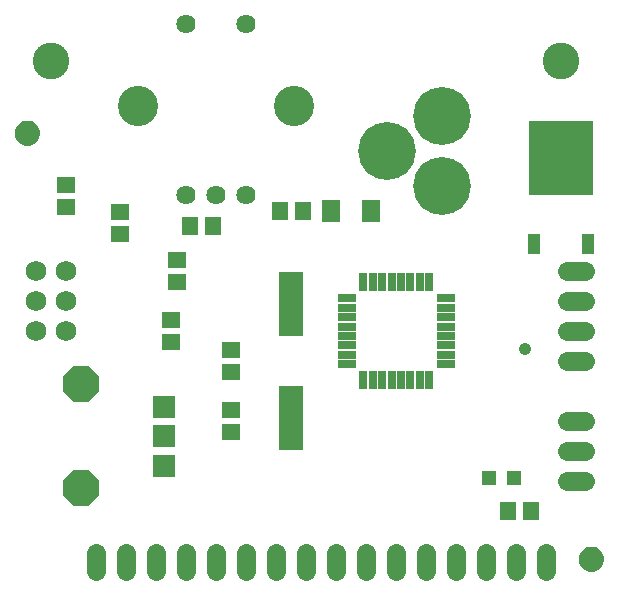
<source format=gts>
G04 EAGLE Gerber RS-274X export*
G75*
%MOMM*%
%FSLAX34Y34*%
%LPD*%
%INSoldermask Top*%
%IPPOS*%
%AMOC8*
5,1,8,0,0,1.08239X$1,22.5*%
G01*
%ADD10C,4.901600*%
%ADD11R,1.601600X1.401600*%
%ADD12R,1.401600X1.601600*%
%ADD13R,1.501600X1.901600*%
%ADD14C,1.625600*%
%ADD15R,5.501600X6.301600*%
%ADD16R,1.101600X1.701600*%
%ADD17C,1.727200*%
%ADD18R,1.301600X1.301600*%
%ADD19C,1.625600*%
%ADD20C,3.403600*%
%ADD21R,1.571600X0.651600*%
%ADD22R,0.651600X1.571600*%
%ADD23R,1.981200X1.981200*%
%ADD24P,3.357141X8X22.500000*%
%ADD25R,2.032000X5.435600*%
%ADD26C,3.101600*%
%ADD27C,1.076600*%

G36*
X133872Y385760D02*
X133872Y385760D01*
X133915Y385772D01*
X133981Y385779D01*
X135664Y386230D01*
X135705Y386249D01*
X135768Y386268D01*
X137348Y387005D01*
X137385Y387031D01*
X137444Y387060D01*
X138872Y388060D01*
X138903Y388092D01*
X138956Y388131D01*
X140189Y389364D01*
X140214Y389400D01*
X140260Y389448D01*
X141260Y390876D01*
X141278Y390917D01*
X141315Y390972D01*
X142052Y392552D01*
X142063Y392595D01*
X142090Y392656D01*
X142541Y394339D01*
X142543Y394371D01*
X142550Y394392D01*
X142550Y394407D01*
X142560Y394448D01*
X142712Y396185D01*
X142708Y396229D01*
X142712Y396295D01*
X142560Y398032D01*
X142548Y398075D01*
X142541Y398141D01*
X142090Y399824D01*
X142071Y399865D01*
X142052Y399928D01*
X141315Y401508D01*
X141289Y401545D01*
X141260Y401604D01*
X140260Y403032D01*
X140228Y403063D01*
X140189Y403116D01*
X138956Y404349D01*
X138920Y404374D01*
X138872Y404420D01*
X137444Y405420D01*
X137403Y405438D01*
X137348Y405475D01*
X135768Y406212D01*
X135725Y406223D01*
X135664Y406250D01*
X133981Y406701D01*
X133936Y406704D01*
X133872Y406720D01*
X132135Y406872D01*
X132091Y406868D01*
X132025Y406872D01*
X130288Y406720D01*
X130245Y406708D01*
X130179Y406701D01*
X128496Y406250D01*
X128455Y406231D01*
X128392Y406212D01*
X126812Y405475D01*
X126775Y405449D01*
X126716Y405420D01*
X125288Y404420D01*
X125257Y404388D01*
X125204Y404349D01*
X123971Y403116D01*
X123946Y403080D01*
X123900Y403032D01*
X122900Y401604D01*
X122882Y401563D01*
X122845Y401508D01*
X122108Y399928D01*
X122097Y399885D01*
X122070Y399824D01*
X121619Y398141D01*
X121616Y398096D01*
X121600Y398032D01*
X121448Y396295D01*
X121452Y396251D01*
X121448Y396185D01*
X121600Y394448D01*
X121612Y394405D01*
X121616Y394371D01*
X121616Y394355D01*
X121618Y394350D01*
X121619Y394339D01*
X122070Y392656D01*
X122089Y392615D01*
X122108Y392552D01*
X122845Y390972D01*
X122871Y390935D01*
X122900Y390876D01*
X123900Y389448D01*
X123932Y389417D01*
X123971Y389364D01*
X125204Y388131D01*
X125240Y388106D01*
X125288Y388060D01*
X126716Y387060D01*
X126757Y387042D01*
X126812Y387005D01*
X128392Y386268D01*
X128435Y386257D01*
X128496Y386230D01*
X130179Y385779D01*
X130224Y385776D01*
X130288Y385760D01*
X132025Y385608D01*
X132069Y385612D01*
X132135Y385608D01*
X133872Y385760D01*
G37*
G36*
X611392Y25080D02*
X611392Y25080D01*
X611435Y25092D01*
X611501Y25099D01*
X613184Y25550D01*
X613225Y25569D01*
X613288Y25588D01*
X614868Y26325D01*
X614905Y26351D01*
X614964Y26380D01*
X616392Y27380D01*
X616423Y27412D01*
X616476Y27451D01*
X617709Y28684D01*
X617734Y28720D01*
X617780Y28768D01*
X618780Y30196D01*
X618798Y30237D01*
X618835Y30292D01*
X619572Y31872D01*
X619583Y31915D01*
X619610Y31976D01*
X620061Y33659D01*
X620063Y33691D01*
X620070Y33712D01*
X620070Y33727D01*
X620080Y33768D01*
X620232Y35505D01*
X620228Y35549D01*
X620232Y35615D01*
X620080Y37352D01*
X620068Y37395D01*
X620061Y37461D01*
X619610Y39144D01*
X619591Y39185D01*
X619572Y39248D01*
X618835Y40828D01*
X618809Y40865D01*
X618780Y40924D01*
X617780Y42352D01*
X617748Y42383D01*
X617709Y42436D01*
X616476Y43669D01*
X616440Y43694D01*
X616392Y43740D01*
X614964Y44740D01*
X614923Y44758D01*
X614868Y44795D01*
X613288Y45532D01*
X613245Y45543D01*
X613184Y45570D01*
X611501Y46021D01*
X611456Y46024D01*
X611392Y46040D01*
X609655Y46192D01*
X609611Y46188D01*
X609545Y46192D01*
X607808Y46040D01*
X607765Y46028D01*
X607699Y46021D01*
X606016Y45570D01*
X605975Y45551D01*
X605912Y45532D01*
X604332Y44795D01*
X604295Y44769D01*
X604236Y44740D01*
X602808Y43740D01*
X602777Y43708D01*
X602724Y43669D01*
X601491Y42436D01*
X601466Y42400D01*
X601420Y42352D01*
X600420Y40924D01*
X600402Y40883D01*
X600365Y40828D01*
X599628Y39248D01*
X599617Y39205D01*
X599590Y39144D01*
X599139Y37461D01*
X599136Y37416D01*
X599120Y37352D01*
X598968Y35615D01*
X598972Y35571D01*
X598968Y35505D01*
X599120Y33768D01*
X599132Y33725D01*
X599136Y33691D01*
X599136Y33675D01*
X599138Y33670D01*
X599139Y33659D01*
X599590Y31976D01*
X599609Y31935D01*
X599628Y31872D01*
X600365Y30292D01*
X600391Y30255D01*
X600420Y30196D01*
X601420Y28768D01*
X601452Y28737D01*
X601491Y28684D01*
X602724Y27451D01*
X602760Y27426D01*
X602808Y27380D01*
X604236Y26380D01*
X604277Y26362D01*
X604332Y26325D01*
X605912Y25588D01*
X605955Y25577D01*
X606016Y25550D01*
X607699Y25099D01*
X607744Y25096D01*
X607808Y25080D01*
X609545Y24928D01*
X609589Y24932D01*
X609655Y24928D01*
X611392Y25080D01*
G37*
D10*
X436600Y381600D03*
X483600Y351600D03*
X483600Y410600D03*
D11*
X254000Y219100D03*
X254000Y238100D03*
X304800Y193700D03*
X304800Y212700D03*
X304800Y161900D03*
X304800Y142900D03*
D12*
X346100Y330200D03*
X365100Y330200D03*
X288900Y317500D03*
X269900Y317500D03*
D13*
X389400Y330200D03*
X423400Y330200D03*
D14*
X589280Y279400D02*
X604520Y279400D01*
X604520Y254000D02*
X589280Y254000D01*
X589280Y228600D02*
X604520Y228600D01*
X604520Y203200D02*
X589280Y203200D01*
D15*
X584200Y375520D03*
D16*
X561400Y302520D03*
X607000Y302520D03*
D17*
X139700Y254000D03*
X165100Y254000D03*
X165100Y279400D03*
X139700Y279400D03*
X139700Y228600D03*
X165100Y228600D03*
D14*
X190500Y40640D02*
X190500Y25400D01*
X215900Y25400D02*
X215900Y40640D01*
X241300Y40640D02*
X241300Y25400D01*
X266700Y25400D02*
X266700Y40640D01*
X292100Y40640D02*
X292100Y25400D01*
X317500Y25400D02*
X317500Y40640D01*
X342900Y40640D02*
X342900Y25400D01*
X368300Y25400D02*
X368300Y40640D01*
X393700Y40640D02*
X393700Y25400D01*
X419100Y25400D02*
X419100Y40640D01*
X444500Y40640D02*
X444500Y25400D01*
X469900Y25400D02*
X469900Y40640D01*
X495300Y40640D02*
X495300Y25400D01*
X520700Y25400D02*
X520700Y40640D01*
X546100Y40640D02*
X546100Y25400D01*
X571500Y25400D02*
X571500Y40640D01*
D18*
X522900Y104140D03*
X543900Y104140D03*
D11*
X259080Y288900D03*
X259080Y269900D03*
X165100Y352400D03*
X165100Y333400D03*
X210820Y310540D03*
X210820Y329540D03*
D12*
X558140Y76200D03*
X539140Y76200D03*
D19*
X292100Y344170D03*
X317500Y488950D03*
D20*
X358140Y419100D03*
X226060Y419100D03*
D19*
X266700Y488950D03*
X317500Y344170D03*
X266700Y344170D03*
D14*
X589280Y101600D02*
X604520Y101600D01*
X604520Y127000D02*
X589280Y127000D01*
X589280Y152400D02*
X604520Y152400D01*
D21*
X402800Y256600D03*
X402800Y248600D03*
X402800Y240600D03*
X402800Y232600D03*
X402800Y224600D03*
X402800Y216600D03*
X402800Y208600D03*
X402800Y200600D03*
D22*
X416500Y186900D03*
X424500Y186900D03*
X432500Y186900D03*
X440500Y186900D03*
X448500Y186900D03*
X456500Y186900D03*
X464500Y186900D03*
X472500Y186900D03*
D21*
X486200Y200600D03*
X486200Y208600D03*
X486200Y216600D03*
X486200Y224600D03*
X486200Y232600D03*
X486200Y240600D03*
X486200Y248600D03*
X486200Y256600D03*
D22*
X472500Y270300D03*
X464500Y270300D03*
X456500Y270300D03*
X448500Y270300D03*
X440500Y270300D03*
X432500Y270300D03*
X424500Y270300D03*
X416500Y270300D03*
D23*
X247800Y114700D03*
X247800Y139700D03*
X247800Y164700D03*
D24*
X177800Y95700D03*
X177800Y183700D03*
D25*
X355600Y154940D03*
X355600Y251460D03*
D26*
X152400Y457200D03*
X584200Y457200D03*
D27*
X553720Y213360D03*
M02*

</source>
